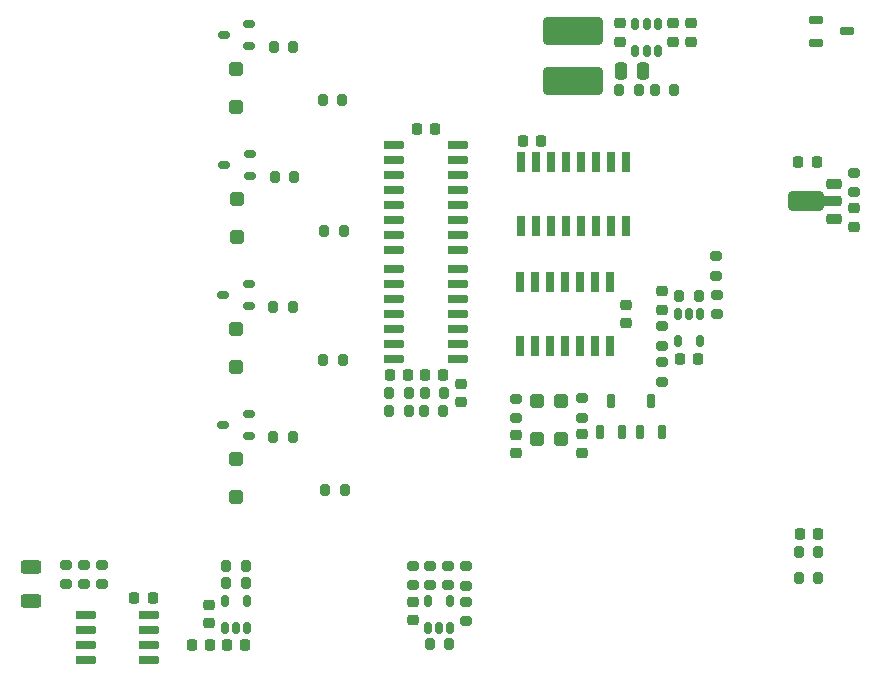
<source format=gbr>
%TF.GenerationSoftware,KiCad,Pcbnew,9.0.4*%
%TF.CreationDate,2025-09-16T16:31:37+02:00*%
%TF.ProjectId,PCB,5043422e-6b69-4636-9164-5f7063625858,rev?*%
%TF.SameCoordinates,Original*%
%TF.FileFunction,Paste,Top*%
%TF.FilePolarity,Positive*%
%FSLAX46Y46*%
G04 Gerber Fmt 4.6, Leading zero omitted, Abs format (unit mm)*
G04 Created by KiCad (PCBNEW 9.0.4) date 2025-09-16 16:31:37*
%MOMM*%
%LPD*%
G01*
G04 APERTURE LIST*
G04 Aperture macros list*
%AMRoundRect*
0 Rectangle with rounded corners*
0 $1 Rounding radius*
0 $2 $3 $4 $5 $6 $7 $8 $9 X,Y pos of 4 corners*
0 Add a 4 corners polygon primitive as box body*
4,1,4,$2,$3,$4,$5,$6,$7,$8,$9,$2,$3,0*
0 Add four circle primitives for the rounded corners*
1,1,$1+$1,$2,$3*
1,1,$1+$1,$4,$5*
1,1,$1+$1,$6,$7*
1,1,$1+$1,$8,$9*
0 Add four rect primitives between the rounded corners*
20,1,$1+$1,$2,$3,$4,$5,0*
20,1,$1+$1,$4,$5,$6,$7,0*
20,1,$1+$1,$6,$7,$8,$9,0*
20,1,$1+$1,$8,$9,$2,$3,0*%
G04 Aperture macros list end*
%ADD10RoundRect,0.225000X0.250000X-0.225000X0.250000X0.225000X-0.250000X0.225000X-0.250000X-0.225000X0*%
%ADD11RoundRect,0.225000X0.225000X0.250000X-0.225000X0.250000X-0.225000X-0.250000X0.225000X-0.250000X0*%
%ADD12RoundRect,0.225000X-0.225000X-0.250000X0.225000X-0.250000X0.225000X0.250000X-0.225000X0.250000X0*%
%ADD13RoundRect,0.150000X0.150000X-0.350000X0.150000X0.350000X-0.150000X0.350000X-0.150000X-0.350000X0*%
%ADD14RoundRect,0.300000X-0.300000X-0.300000X0.300000X-0.300000X0.300000X0.300000X-0.300000X0.300000X0*%
%ADD15RoundRect,0.200000X-0.275000X0.200000X-0.275000X-0.200000X0.275000X-0.200000X0.275000X0.200000X0*%
%ADD16RoundRect,0.200000X-0.200000X-0.275000X0.200000X-0.275000X0.200000X0.275000X-0.200000X0.275000X0*%
%ADD17RoundRect,0.225000X-0.250000X0.225000X-0.250000X-0.225000X0.250000X-0.225000X0.250000X0.225000X0*%
%ADD18RoundRect,0.187500X-0.662500X0.187500X-0.662500X-0.187500X0.662500X-0.187500X0.662500X0.187500X0*%
%ADD19RoundRect,0.225000X0.425000X0.225000X-0.425000X0.225000X-0.425000X-0.225000X0.425000X-0.225000X0*%
%ADD20RoundRect,0.225000X0.668750X0.225000X-0.668750X0.225000X-0.668750X-0.225000X0.668750X-0.225000X0*%
%ADD21RoundRect,0.433250X1.129250X0.433250X-1.129250X0.433250X-1.129250X-0.433250X1.129250X-0.433250X0*%
%ADD22RoundRect,0.150000X0.350000X0.150000X-0.350000X0.150000X-0.350000X-0.150000X0.350000X-0.150000X0*%
%ADD23RoundRect,0.200000X0.200000X0.275000X-0.200000X0.275000X-0.200000X-0.275000X0.200000X-0.275000X0*%
%ADD24RoundRect,0.187500X0.662500X-0.187500X0.662500X0.187500X-0.662500X0.187500X-0.662500X-0.187500X0*%
%ADD25RoundRect,0.200000X0.275000X-0.200000X0.275000X0.200000X-0.275000X0.200000X-0.275000X-0.200000X0*%
%ADD26RoundRect,0.150000X-0.150000X0.350000X-0.150000X-0.350000X0.150000X-0.350000X0.150000X0.350000X0*%
%ADD27RoundRect,0.352500X-2.197500X-0.822500X2.197500X-0.822500X2.197500X0.822500X-2.197500X0.822500X0*%
%ADD28RoundRect,0.250000X0.250000X0.475000X-0.250000X0.475000X-0.250000X-0.475000X0.250000X-0.475000X0*%
%ADD29RoundRect,0.187500X-0.187500X-0.662500X0.187500X-0.662500X0.187500X0.662500X-0.187500X0.662500X0*%
%ADD30RoundRect,0.187500X0.187500X0.662500X-0.187500X0.662500X-0.187500X-0.662500X0.187500X-0.662500X0*%
%ADD31RoundRect,0.250000X-0.625000X0.312500X-0.625000X-0.312500X0.625000X-0.312500X0.625000X0.312500X0*%
%ADD32RoundRect,0.300000X0.300000X0.300000X-0.300000X0.300000X-0.300000X-0.300000X0.300000X-0.300000X0*%
%ADD33RoundRect,0.162500X0.162500X-0.447500X0.162500X0.447500X-0.162500X0.447500X-0.162500X-0.447500X0*%
%ADD34RoundRect,0.162500X-0.447500X-0.162500X0.447500X-0.162500X0.447500X0.162500X-0.447500X0.162500X0*%
G04 APERTURE END LIST*
D10*
%TO.C,C409*%
X186435000Y-68877500D03*
X186435000Y-67327500D03*
%TD*%
D11*
%TO.C,C206*%
X170775000Y-76252500D03*
X169225000Y-76252500D03*
%TD*%
D12*
%TO.C,C411*%
X150150000Y-119950000D03*
X151700000Y-119950000D03*
%TD*%
D13*
%TO.C,U402*%
X187735000Y-69652500D03*
X188685000Y-69652500D03*
X189635000Y-69652500D03*
X189635000Y-67352500D03*
X188685000Y-67352500D03*
X187735000Y-67352500D03*
%TD*%
D14*
%TO.C,D104*%
X153900000Y-107430000D03*
X153900000Y-104230000D03*
%TD*%
D15*
%TO.C,R401*%
X206200000Y-79975000D03*
X206200000Y-81625000D03*
%TD*%
D16*
%TO.C,R208*%
X161398428Y-84930000D03*
X163048428Y-84930000D03*
%TD*%
D17*
%TO.C,C302*%
X177650000Y-102150000D03*
X177650000Y-103700000D03*
%TD*%
D18*
%TO.C,U101*%
X141185000Y-117447500D03*
X141185000Y-118717500D03*
X141185000Y-119987500D03*
X141185000Y-121257500D03*
X146585000Y-121257500D03*
X146585000Y-119987500D03*
X146585000Y-118717500D03*
X146585000Y-117447500D03*
%TD*%
D19*
%TO.C,U401*%
X204575000Y-83905000D03*
D20*
X204331250Y-82405000D03*
D21*
X202187500Y-82405000D03*
D19*
X204575000Y-80905000D03*
%TD*%
D22*
%TO.C,Q102*%
X155087500Y-80280914D03*
X155087500Y-78380914D03*
X152912500Y-79330914D03*
%TD*%
D23*
%TO.C,R404*%
X191010000Y-72952500D03*
X189360000Y-72952500D03*
%TD*%
D24*
%TO.C,U203*%
X172700000Y-95762500D03*
X172700000Y-94492500D03*
X172700000Y-93222500D03*
X172700000Y-91952500D03*
X172700000Y-90682500D03*
X172700000Y-89412500D03*
X172700000Y-88142500D03*
X167300000Y-88142500D03*
X167300000Y-89412500D03*
X167300000Y-90682500D03*
X167300000Y-91952500D03*
X167300000Y-93222500D03*
X167300000Y-94492500D03*
X167300000Y-95762500D03*
%TD*%
D15*
%TO.C,R311*%
X189980000Y-92975000D03*
X189980000Y-94625000D03*
%TD*%
D25*
%TO.C,R313*%
X194550000Y-88675000D03*
X194550000Y-87025000D03*
%TD*%
D26*
%TO.C,U302*%
X193230000Y-91920000D03*
X192280000Y-91920000D03*
X191330000Y-91920000D03*
X191330000Y-94220000D03*
X193230000Y-94220000D03*
%TD*%
D22*
%TO.C,Q103*%
X154987500Y-91280000D03*
X154987500Y-89380000D03*
X152812500Y-90330000D03*
%TD*%
D11*
%TO.C,C202*%
X171475000Y-97112500D03*
X169925000Y-97112500D03*
%TD*%
D27*
%TO.C,L401*%
X182435000Y-68002500D03*
X182435000Y-72202500D03*
%TD*%
D17*
%TO.C,C408*%
X151625000Y-116575000D03*
X151625000Y-118125000D03*
%TD*%
%TO.C,C406*%
X192435000Y-67327500D03*
X192435000Y-68877500D03*
%TD*%
D10*
%TO.C,C201*%
X186960000Y-92702500D03*
X186960000Y-91152500D03*
%TD*%
D13*
%TO.C,U404*%
X152975000Y-118500000D03*
X153925000Y-118500000D03*
X154875000Y-118500000D03*
X154875000Y-116200000D03*
X152975000Y-116200000D03*
%TD*%
D23*
%TO.C,R101*%
X158776572Y-69330914D03*
X157126572Y-69330914D03*
%TD*%
D28*
%TO.C,C410*%
X188385000Y-71352500D03*
X186485000Y-71352500D03*
%TD*%
D23*
%TO.C,R102*%
X158825000Y-80330914D03*
X157175000Y-80330914D03*
%TD*%
D29*
%TO.C,U201*%
X178055000Y-84452500D03*
X179325000Y-84452500D03*
X180595000Y-84452500D03*
X181865000Y-84452500D03*
X183135000Y-84452500D03*
X184405000Y-84452500D03*
X185675000Y-84452500D03*
X186945000Y-84452500D03*
X186945000Y-79052500D03*
X185675000Y-79052500D03*
X184405000Y-79052500D03*
X183135000Y-79052500D03*
X181865000Y-79052500D03*
X180595000Y-79052500D03*
X179325000Y-79052500D03*
X178055000Y-79052500D03*
%TD*%
D10*
%TO.C,C403*%
X206200000Y-84550000D03*
X206200000Y-83000000D03*
%TD*%
D11*
%TO.C,C305*%
X193055000Y-95720000D03*
X191505000Y-95720000D03*
%TD*%
D16*
%TO.C,R110*%
X201575000Y-112050000D03*
X203225000Y-112050000D03*
%TD*%
D15*
%TO.C,R107*%
X139550000Y-113175000D03*
X139550000Y-114825000D03*
%TD*%
D30*
%TO.C,U106*%
X185610000Y-89252500D03*
X184340000Y-89252500D03*
X183070000Y-89252500D03*
X181800000Y-89252500D03*
X180530000Y-89252500D03*
X179260000Y-89252500D03*
X177990000Y-89252500D03*
X177990000Y-94652500D03*
X179260000Y-94652500D03*
X180530000Y-94652500D03*
X181800000Y-94652500D03*
X183070000Y-94652500D03*
X184340000Y-94652500D03*
X185610000Y-94652500D03*
%TD*%
D13*
%TO.C,U301*%
X170175000Y-118500000D03*
X171125000Y-118500000D03*
X172075000Y-118500000D03*
X172075000Y-116200000D03*
X170175000Y-116200000D03*
%TD*%
D22*
%TO.C,Q101*%
X155039072Y-69280914D03*
X155039072Y-67380914D03*
X152864072Y-68330914D03*
%TD*%
D16*
%TO.C,R201*%
X166875000Y-98612500D03*
X168525000Y-98612500D03*
%TD*%
D15*
%TO.C,R106*%
X141050000Y-113175000D03*
X141050000Y-114825000D03*
%TD*%
D12*
%TO.C,C205*%
X178225000Y-77252500D03*
X179775000Y-77252500D03*
%TD*%
D16*
%TO.C,R202*%
X166875000Y-100112500D03*
X168525000Y-100112500D03*
%TD*%
%TO.C,R209*%
X161250000Y-73830000D03*
X162900000Y-73830000D03*
%TD*%
%TO.C,R310*%
X191455000Y-90420000D03*
X193105000Y-90420000D03*
%TD*%
D11*
%TO.C,C401*%
X203075000Y-79100000D03*
X201525000Y-79100000D03*
%TD*%
D12*
%TO.C,C204*%
X166950000Y-97112500D03*
X168500000Y-97112500D03*
%TD*%
D25*
%TO.C,R306*%
X171875000Y-114900000D03*
X171875000Y-113250000D03*
%TD*%
D10*
%TO.C,C304*%
X189980000Y-91575000D03*
X189980000Y-90025000D03*
%TD*%
D16*
%TO.C,R204*%
X169825000Y-100112500D03*
X171475000Y-100112500D03*
%TD*%
D15*
%TO.C,R308*%
X183200000Y-99075000D03*
X183200000Y-100725000D03*
%TD*%
D16*
%TO.C,R203*%
X169875000Y-98612500D03*
X171525000Y-98612500D03*
%TD*%
D25*
%TO.C,R304*%
X173386906Y-114925669D03*
X173386906Y-113275669D03*
%TD*%
D31*
%TO.C,R108*%
X136583428Y-113315000D03*
X136583428Y-116240000D03*
%TD*%
D17*
%TO.C,C301*%
X168875000Y-116325000D03*
X168875000Y-117875000D03*
%TD*%
D12*
%TO.C,C412*%
X153150000Y-119950000D03*
X154700000Y-119950000D03*
%TD*%
D32*
%TO.C,D302*%
X181400000Y-99275000D03*
X181400000Y-102475000D03*
%TD*%
D18*
%TO.C,U202*%
X167300000Y-77607500D03*
X167300000Y-78877500D03*
X167300000Y-80147500D03*
X167300000Y-81417500D03*
X167300000Y-82687500D03*
X167300000Y-83957500D03*
X167300000Y-85227500D03*
X167300000Y-86497500D03*
X172700000Y-86497500D03*
X172700000Y-85227500D03*
X172700000Y-83957500D03*
X172700000Y-82687500D03*
X172700000Y-81417500D03*
X172700000Y-80147500D03*
X172700000Y-78877500D03*
X172700000Y-77607500D03*
%TD*%
D15*
%TO.C,R105*%
X142548428Y-113175000D03*
X142548428Y-114825000D03*
%TD*%
D25*
%TO.C,R305*%
X170375000Y-114900000D03*
X170375000Y-113250000D03*
%TD*%
D11*
%TO.C,C102*%
X146860000Y-115952500D03*
X145310000Y-115952500D03*
%TD*%
D33*
%TO.C,Q301*%
X188100000Y-101935000D03*
X189050000Y-99315000D03*
X190000000Y-101935000D03*
%TD*%
D15*
%TO.C,R307*%
X177650000Y-99100000D03*
X177650000Y-100750000D03*
%TD*%
D16*
%TO.C,R206*%
X161475000Y-106800000D03*
X163125000Y-106800000D03*
%TD*%
%TO.C,R207*%
X161298428Y-95829086D03*
X162948428Y-95829086D03*
%TD*%
D34*
%TO.C,Q401*%
X203000000Y-67050000D03*
X205620000Y-68000000D03*
X203000000Y-68950000D03*
%TD*%
D25*
%TO.C,R312*%
X194600000Y-91975000D03*
X194600000Y-90325000D03*
%TD*%
D17*
%TO.C,C303*%
X183200000Y-102125000D03*
X183200000Y-103675000D03*
%TD*%
D23*
%TO.C,R403*%
X188010000Y-72952500D03*
X186360000Y-72952500D03*
%TD*%
D17*
%TO.C,C407*%
X190935000Y-67327500D03*
X190935000Y-68877500D03*
%TD*%
D23*
%TO.C,R405*%
X154750000Y-113250000D03*
X153100000Y-113250000D03*
%TD*%
D25*
%TO.C,R303*%
X168875000Y-114900000D03*
X168875000Y-113250000D03*
%TD*%
D23*
%TO.C,R104*%
X158725000Y-102330000D03*
X157075000Y-102330000D03*
%TD*%
D25*
%TO.C,R309*%
X190000000Y-97650000D03*
X190000000Y-96000000D03*
%TD*%
D16*
%TO.C,R402*%
X153100000Y-114750000D03*
X154750000Y-114750000D03*
%TD*%
D10*
%TO.C,C203*%
X172950000Y-99387500D03*
X172950000Y-97837500D03*
%TD*%
D16*
%TO.C,R301*%
X170300000Y-119900000D03*
X171950000Y-119900000D03*
%TD*%
%TO.C,R109*%
X203225000Y-114300000D03*
X201575000Y-114300000D03*
%TD*%
D25*
%TO.C,R302*%
X173375000Y-117925000D03*
X173375000Y-116275000D03*
%TD*%
D14*
%TO.C,D102*%
X154000000Y-85430914D03*
X154000000Y-82230914D03*
%TD*%
D22*
%TO.C,Q104*%
X154987500Y-102280000D03*
X154987500Y-100380000D03*
X152812500Y-101330000D03*
%TD*%
D14*
%TO.C,D103*%
X153900000Y-96430000D03*
X153900000Y-93230000D03*
%TD*%
D23*
%TO.C,R103*%
X158725000Y-91330000D03*
X157075000Y-91330000D03*
%TD*%
D11*
%TO.C,C101*%
X203175000Y-110550000D03*
X201625000Y-110550000D03*
%TD*%
D14*
%TO.C,D101*%
X153951572Y-74430914D03*
X153951572Y-71230914D03*
%TD*%
D32*
%TO.C,D301*%
X179400000Y-99275000D03*
X179400000Y-102475000D03*
%TD*%
D33*
%TO.C,Q302*%
X184700000Y-101945000D03*
X185650000Y-99325000D03*
X186600000Y-101945000D03*
%TD*%
M02*

</source>
